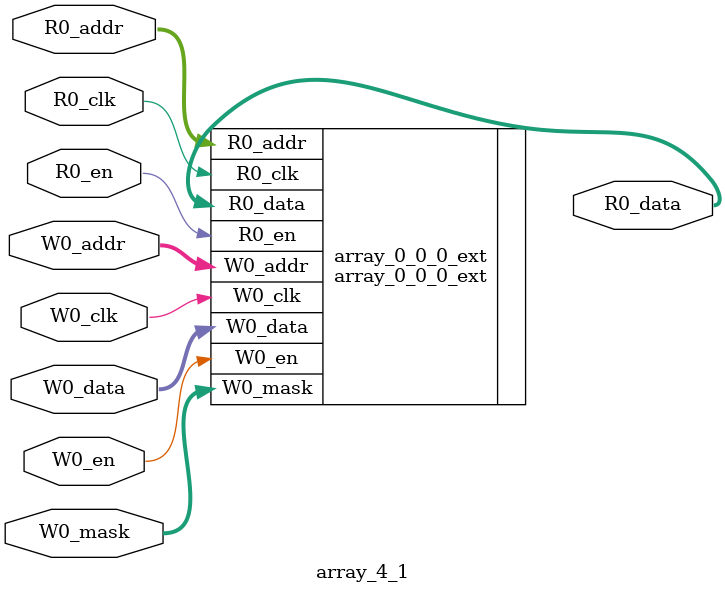
<source format=sv>
`ifndef RANDOMIZE
  `ifdef RANDOMIZE_REG_INIT
    `define RANDOMIZE
  `endif // RANDOMIZE_REG_INIT
`endif // not def RANDOMIZE
`ifndef RANDOMIZE
  `ifdef RANDOMIZE_MEM_INIT
    `define RANDOMIZE
  `endif // RANDOMIZE_MEM_INIT
`endif // not def RANDOMIZE

`ifndef RANDOM
  `define RANDOM $random
`endif // not def RANDOM

// Users can define 'PRINTF_COND' to add an extra gate to prints.
`ifndef PRINTF_COND_
  `ifdef PRINTF_COND
    `define PRINTF_COND_ (`PRINTF_COND)
  `else  // PRINTF_COND
    `define PRINTF_COND_ 1
  `endif // PRINTF_COND
`endif // not def PRINTF_COND_

// Users can define 'ASSERT_VERBOSE_COND' to add an extra gate to assert error printing.
`ifndef ASSERT_VERBOSE_COND_
  `ifdef ASSERT_VERBOSE_COND
    `define ASSERT_VERBOSE_COND_ (`ASSERT_VERBOSE_COND)
  `else  // ASSERT_VERBOSE_COND
    `define ASSERT_VERBOSE_COND_ 1
  `endif // ASSERT_VERBOSE_COND
`endif // not def ASSERT_VERBOSE_COND_

// Users can define 'STOP_COND' to add an extra gate to stop conditions.
`ifndef STOP_COND_
  `ifdef STOP_COND
    `define STOP_COND_ (`STOP_COND)
  `else  // STOP_COND
    `define STOP_COND_ 1
  `endif // STOP_COND
`endif // not def STOP_COND_

// Users can define INIT_RANDOM as general code that gets injected into the
// initializer block for modules with registers.
`ifndef INIT_RANDOM
  `define INIT_RANDOM
`endif // not def INIT_RANDOM

// If using random initialization, you can also define RANDOMIZE_DELAY to
// customize the delay used, otherwise 0.002 is used.
`ifndef RANDOMIZE_DELAY
  `define RANDOMIZE_DELAY 0.002
`endif // not def RANDOMIZE_DELAY

// Define INIT_RANDOM_PROLOG_ for use in our modules below.
`ifndef INIT_RANDOM_PROLOG_
  `ifdef RANDOMIZE
    `ifdef VERILATOR
      `define INIT_RANDOM_PROLOG_ `INIT_RANDOM
    `else  // VERILATOR
      `define INIT_RANDOM_PROLOG_ `INIT_RANDOM #`RANDOMIZE_DELAY begin end
    `endif // VERILATOR
  `else  // RANDOMIZE
    `define INIT_RANDOM_PROLOG_
  `endif // RANDOMIZE
`endif // not def INIT_RANDOM_PROLOG_

module array_4_1(	// @[DescribedSRAM.scala:17:26]
  input  [6:0]   R0_addr,
  input          R0_en,
                 R0_clk,
  input  [6:0]   W0_addr,
  input          W0_en,
                 W0_clk,
  input  [127:0] W0_data,
  input  [1:0]   W0_mask,
  output [127:0] R0_data
);

  array_0_0_0_ext array_0_0_0_ext (	// @[DescribedSRAM.scala:17:26]
    .R0_addr (R0_addr),
    .R0_en   (R0_en),
    .R0_clk  (R0_clk),
    .W0_addr (W0_addr),
    .W0_en   (W0_en),
    .W0_clk  (W0_clk),
    .W0_data (W0_data),
    .W0_mask (W0_mask),
    .R0_data (R0_data)
  );
endmodule


</source>
